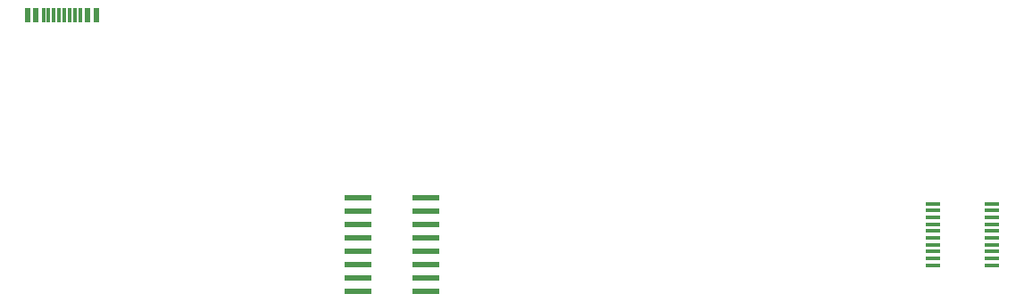
<source format=gtp>
%TF.GenerationSoftware,KiCad,Pcbnew,7.0.1*%
%TF.CreationDate,2023-08-04T20:18:17+09:00*%
%TF.ProjectId,FNF_Controller,464e465f-436f-46e7-9472-6f6c6c65722e,rev?*%
%TF.SameCoordinates,PX337f980PY7ed6b40*%
%TF.FileFunction,Paste,Top*%
%TF.FilePolarity,Positive*%
%FSLAX46Y46*%
G04 Gerber Fmt 4.6, Leading zero omitted, Abs format (unit mm)*
G04 Created by KiCad (PCBNEW 7.0.1) date 2023-08-04 20:18:17*
%MOMM*%
%LPD*%
G01*
G04 APERTURE LIST*
%ADD10R,2.550000X0.600000*%
%ADD11R,1.450000X0.400000*%
%ADD12R,0.600000X1.450000*%
%ADD13R,0.300000X1.450000*%
G04 APERTURE END LIST*
D10*
%TO.C,U1*%
X59200000Y26600000D03*
X59200000Y27870000D03*
X59200000Y29140000D03*
X59200000Y30410000D03*
X59200000Y31680000D03*
X59200000Y32950000D03*
X59200000Y34220000D03*
X59200000Y35490000D03*
X52800000Y35490000D03*
X52800000Y34220000D03*
X52800000Y32950000D03*
X52800000Y31680000D03*
X52800000Y30410000D03*
X52800000Y29140000D03*
X52800000Y27870000D03*
X52800000Y26600000D03*
%TD*%
D11*
%TO.C,U2*%
X107300000Y34950000D03*
X107300000Y34300000D03*
X107300000Y33650000D03*
X107300000Y33000000D03*
X107300000Y32350000D03*
X107300000Y31700000D03*
X107300000Y31050000D03*
X107300000Y30400000D03*
X107300000Y29750000D03*
X107300000Y29100000D03*
X112900000Y29100000D03*
X112900000Y29750000D03*
X112900000Y30400000D03*
X112900000Y31050000D03*
X112900000Y31700000D03*
X112900000Y32350000D03*
X112900000Y33000000D03*
X112900000Y33650000D03*
X112900000Y34300000D03*
X112900000Y34950000D03*
%TD*%
D12*
%TO.C,J1*%
X27930000Y52905000D03*
X27130000Y52905000D03*
D13*
X25930000Y52905000D03*
X24930000Y52905000D03*
X24430000Y52905000D03*
X23430000Y52905000D03*
D12*
X22230000Y52905000D03*
X21430000Y52905000D03*
X21430000Y52905000D03*
X22230000Y52905000D03*
D13*
X22930000Y52905000D03*
X23930000Y52905000D03*
X25430000Y52905000D03*
X26430000Y52905000D03*
D12*
X27130000Y52905000D03*
X27930000Y52905000D03*
%TD*%
M02*

</source>
